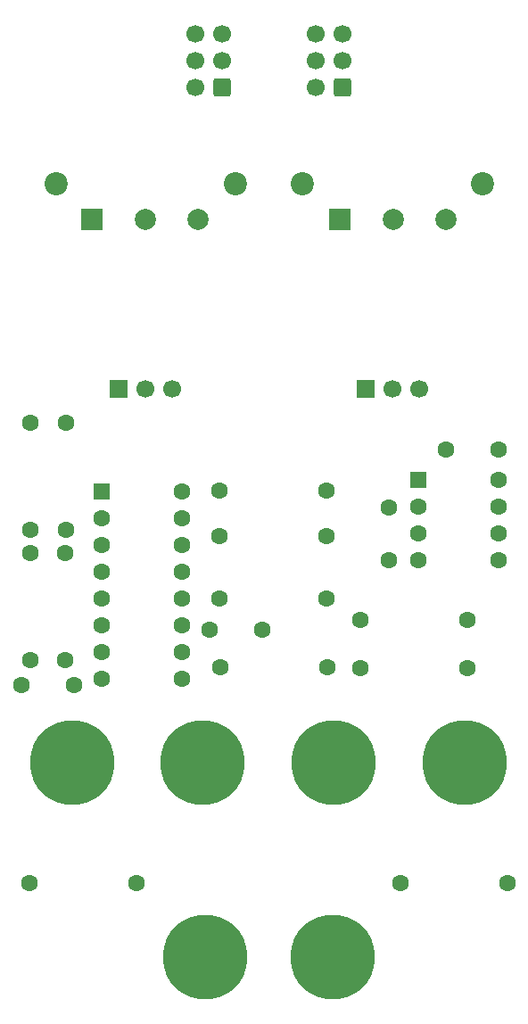
<source format=gbr>
%TF.GenerationSoftware,KiCad,Pcbnew,9.0.6*%
%TF.CreationDate,2026-01-10T15:14:36+11:00*%
%TF.ProjectId,voltage-controlled-amplifier,766f6c74-6167-4652-9d63-6f6e74726f6c,rev?*%
%TF.SameCoordinates,Original*%
%TF.FileFunction,Soldermask,Top*%
%TF.FilePolarity,Negative*%
%FSLAX46Y46*%
G04 Gerber Fmt 4.6, Leading zero omitted, Abs format (unit mm)*
G04 Created by KiCad (PCBNEW 9.0.6) date 2026-01-10 15:14:36*
%MOMM*%
%LPD*%
G01*
G04 APERTURE LIST*
G04 Aperture macros list*
%AMRoundRect*
0 Rectangle with rounded corners*
0 $1 Rounding radius*
0 $2 $3 $4 $5 $6 $7 $8 $9 X,Y pos of 4 corners*
0 Add a 4 corners polygon primitive as box body*
4,1,4,$2,$3,$4,$5,$6,$7,$8,$9,$2,$3,0*
0 Add four circle primitives for the rounded corners*
1,1,$1+$1,$2,$3*
1,1,$1+$1,$4,$5*
1,1,$1+$1,$6,$7*
1,1,$1+$1,$8,$9*
0 Add four rect primitives between the rounded corners*
20,1,$1+$1,$2,$3,$4,$5,0*
20,1,$1+$1,$4,$5,$6,$7,0*
20,1,$1+$1,$6,$7,$8,$9,0*
20,1,$1+$1,$8,$9,$2,$3,0*%
G04 Aperture macros list end*
%ADD10R,2.000000X2.000000*%
%ADD11C,2.000000*%
%ADD12C,1.600000*%
%ADD13C,8.000000*%
%ADD14RoundRect,0.250000X0.600000X0.600000X-0.600000X0.600000X-0.600000X-0.600000X0.600000X-0.600000X0*%
%ADD15C,1.700000*%
%ADD16RoundRect,0.250000X-0.550000X-0.550000X0.550000X-0.550000X0.550000X0.550000X-0.550000X0.550000X0*%
%ADD17C,2.200000*%
%ADD18R,1.700000X1.700000*%
G04 APERTURE END LIST*
D10*
%TO.C,J7*%
X81500000Y-70000000D03*
D11*
X86580000Y-70000000D03*
X91580000Y-70000000D03*
%TD*%
D10*
%TO.C,J3*%
X58009532Y-70000000D03*
D11*
X63089532Y-70000000D03*
X68089532Y-70000000D03*
%TD*%
D12*
%TO.C,C4*%
X86156346Y-102289996D03*
X86156346Y-97289996D03*
%TD*%
%TO.C,C3*%
X91610297Y-91804394D03*
X96610297Y-91804394D03*
%TD*%
%TO.C,C2*%
X56251250Y-114138715D03*
X51251250Y-114138715D03*
%TD*%
%TO.C,C1*%
X74183846Y-108938969D03*
X69183846Y-108938969D03*
%TD*%
D13*
%TO.C,J8*%
X80909369Y-121539141D03*
%TD*%
D12*
%TO.C,R12*%
X97429118Y-132963937D03*
X87269118Y-132963937D03*
%TD*%
%TO.C,R7*%
X80211822Y-100000000D03*
X70051822Y-100000000D03*
%TD*%
D13*
%TO.C,J10*%
X80836603Y-140031574D03*
%TD*%
D14*
%TO.C,J1*%
X70351278Y-57409480D03*
D15*
X67811278Y-57409480D03*
X70351278Y-54869480D03*
X67811278Y-54869480D03*
X70351278Y-52329480D03*
X67811278Y-52329480D03*
%TD*%
D12*
%TO.C,R3*%
X52102470Y-89261238D03*
X52102470Y-99421238D03*
%TD*%
%TO.C,R5*%
X55470581Y-111802901D03*
X55470581Y-101642901D03*
%TD*%
D16*
%TO.C,U2*%
X89000000Y-94690000D03*
D12*
X89000000Y-97230000D03*
X89000000Y-99770000D03*
X89000000Y-102310000D03*
X96620000Y-102310000D03*
X96620000Y-99770000D03*
X96620000Y-97230000D03*
X96620000Y-94690000D03*
%TD*%
%TO.C,R9*%
X80276970Y-105944623D03*
X70116970Y-105944623D03*
%TD*%
D17*
%TO.C,RV2*%
X78000000Y-66565000D03*
X95050000Y-66565000D03*
D18*
X83960000Y-86065000D03*
D15*
X86500000Y-86065000D03*
X89040000Y-86065000D03*
%TD*%
D12*
%TO.C,R6*%
X62247323Y-133004329D03*
X52087323Y-133004329D03*
%TD*%
D13*
%TO.C,J9*%
X93399066Y-121506150D03*
%TD*%
D12*
%TO.C,R10*%
X83420000Y-112553862D03*
X93580000Y-112553862D03*
%TD*%
D13*
%TO.C,J4*%
X68500000Y-121527566D03*
%TD*%
D12*
%TO.C,R11*%
X93660000Y-108000000D03*
X83500000Y-108000000D03*
%TD*%
D14*
%TO.C,J2*%
X81738158Y-57409480D03*
D15*
X79198158Y-57409480D03*
X81738158Y-54869480D03*
X79198158Y-54869480D03*
X81738158Y-52329480D03*
X79198158Y-52329480D03*
%TD*%
D12*
%TO.C,R2*%
X80211822Y-95706162D03*
X70051822Y-95706162D03*
%TD*%
D13*
%TO.C,J5*%
X56090755Y-121519656D03*
%TD*%
D12*
%TO.C,R1*%
X52096105Y-101629873D03*
X52096105Y-111789873D03*
%TD*%
D13*
%TO.C,J6*%
X68711444Y-140022181D03*
%TD*%
D17*
%TO.C,RV1*%
X54585000Y-66565000D03*
X71635000Y-66565000D03*
D18*
X60545000Y-86065000D03*
D15*
X63085000Y-86065000D03*
X65625000Y-86065000D03*
%TD*%
D12*
%TO.C,R8*%
X70180138Y-112493625D03*
X80340138Y-112493625D03*
%TD*%
%TO.C,R4*%
X55482837Y-89254954D03*
X55482837Y-99414954D03*
%TD*%
D16*
%TO.C,U1*%
X58887798Y-95784530D03*
D12*
X58887798Y-98324530D03*
X58887798Y-100864530D03*
X58887798Y-103404530D03*
X58887798Y-105944530D03*
X58887798Y-108484530D03*
X58887798Y-111024530D03*
X58887798Y-113564530D03*
X66507798Y-113564530D03*
X66507798Y-111024530D03*
X66507798Y-108484530D03*
X66507798Y-105944530D03*
X66507798Y-103404530D03*
X66507798Y-100864530D03*
X66507798Y-98324530D03*
X66507798Y-95784530D03*
%TD*%
M02*

</source>
